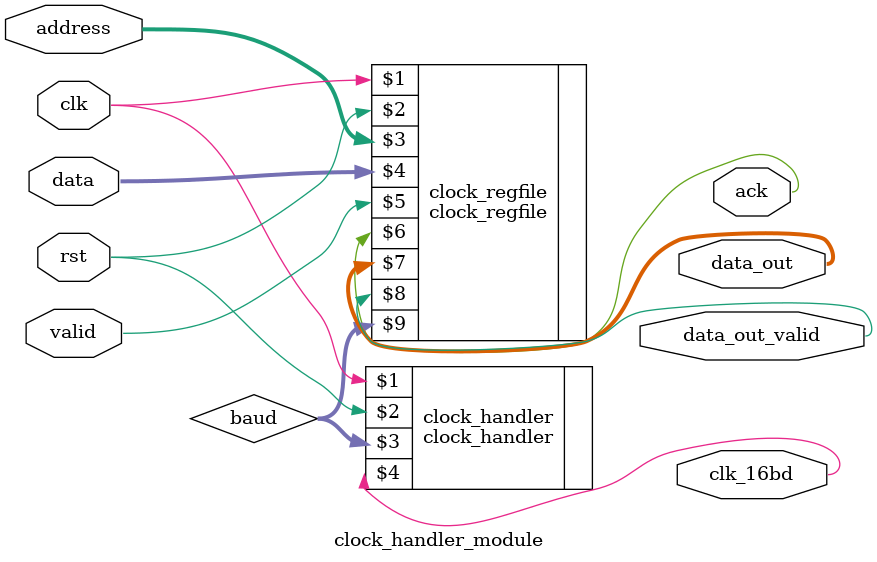
<source format=v>
`timescale 1ns/1ns
module clock_handler_module(input clk, rst, input[3:0] address, data, input valid, output ack, output[3:0] data_out, output data_out_valid, clk_16bd);
    wire[2:0] baud;
    clock_handler clock_handler(clk, rst, baud, clk_16bd);
    clock_regfile clock_regfile(clk, rst, address, data, valid, ack, data_out, data_out_valid, baud);
endmodule
</source>
